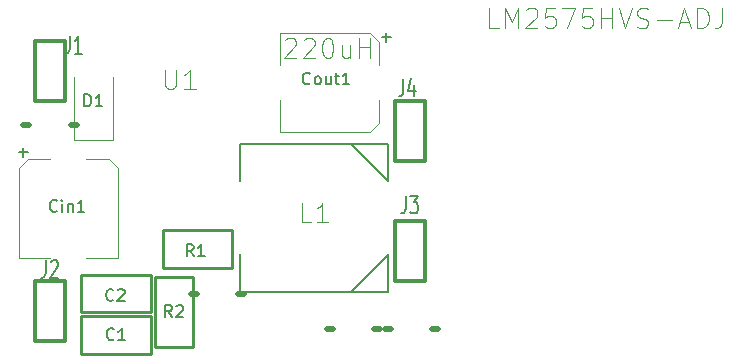
<source format=gbr>
G04 #@! TF.FileFunction,Legend,Top*
%FSLAX46Y46*%
G04 Gerber Fmt 4.6, Leading zero omitted, Abs format (unit mm)*
G04 Created by KiCad (PCBNEW 4.0.7) date 10/02/18 16:36:01*
%MOMM*%
%LPD*%
G01*
G04 APERTURE LIST*
%ADD10C,0.100000*%
%ADD11C,0.250000*%
%ADD12C,0.120000*%
%ADD13C,0.152400*%
%ADD14C,0.304800*%
%ADD15C,0.500000*%
%ADD16C,0.200000*%
%ADD17C,0.150000*%
%ADD18C,0.050000*%
%ADD19C,0.203200*%
G04 APERTURE END LIST*
D10*
D11*
X142211480Y-107520200D02*
X136311060Y-107520200D01*
X136311060Y-107520200D02*
X136311060Y-104319800D01*
X136311060Y-104319800D02*
X142211480Y-104319800D01*
X142211480Y-104319800D02*
X142211480Y-107520200D01*
D12*
X146290000Y-87620000D02*
X146290000Y-90300000D01*
X146290000Y-96000000D02*
X146290000Y-93320000D01*
X154670000Y-95240000D02*
X154670000Y-93320000D01*
X154670000Y-88380000D02*
X154670000Y-90300000D01*
X146290000Y-87620000D02*
X153910000Y-87620000D01*
X153910000Y-87620000D02*
X154670000Y-88380000D01*
X154670000Y-95240000D02*
X153910000Y-96000000D01*
X153910000Y-96000000D02*
X146290000Y-96000000D01*
X124130000Y-106680000D02*
X126810000Y-106680000D01*
X132510000Y-106680000D02*
X129830000Y-106680000D01*
X131750000Y-98300000D02*
X129830000Y-98300000D01*
X124890000Y-98300000D02*
X126810000Y-98300000D01*
X124130000Y-106680000D02*
X124130000Y-99060000D01*
X124130000Y-99060000D02*
X124890000Y-98300000D01*
X131750000Y-98300000D02*
X132510000Y-99060000D01*
X132510000Y-99060000D02*
X132510000Y-106680000D01*
D13*
X142871600Y-106343400D02*
X142871600Y-109518400D01*
X155368400Y-100196600D02*
X155368400Y-100145800D01*
X155368400Y-100145800D02*
X155368400Y-97021600D01*
X155368400Y-106394200D02*
X152244200Y-109518400D01*
X155368400Y-100145800D02*
X152244200Y-97021600D01*
X155368400Y-97021600D02*
X142871600Y-97021600D01*
X142871600Y-97021600D02*
X142871600Y-100196600D01*
X142871600Y-109518400D02*
X155368400Y-109518400D01*
X155368400Y-109518400D02*
X155368400Y-106343400D01*
D12*
X128770000Y-96710000D02*
X132070000Y-96710000D01*
X132070000Y-96710000D02*
X132070000Y-91310000D01*
X128770000Y-96710000D02*
X128770000Y-91310000D01*
D14*
X125490000Y-88300000D02*
X128030000Y-88300000D01*
X128030000Y-88300000D02*
X128030000Y-93380000D01*
X128030000Y-93380000D02*
X125490000Y-93380000D01*
X125490000Y-93380000D02*
X125490000Y-88300000D01*
X128030000Y-113700000D02*
X125490000Y-113700000D01*
X125490000Y-113700000D02*
X125490000Y-108620000D01*
X125490000Y-108620000D02*
X128030000Y-108620000D01*
X128030000Y-108620000D02*
X128030000Y-113700000D01*
X158510000Y-108630000D02*
X155970000Y-108630000D01*
X155970000Y-108630000D02*
X155970000Y-103550000D01*
X155970000Y-103550000D02*
X158510000Y-103550000D01*
X158510000Y-103550000D02*
X158510000Y-108630000D01*
X158510000Y-98470000D02*
X155970000Y-98470000D01*
X155970000Y-98470000D02*
X155970000Y-93390000D01*
X155970000Y-93390000D02*
X158510000Y-93390000D01*
X158510000Y-93390000D02*
X158510000Y-98470000D01*
D15*
X159160000Y-112650000D02*
X159660000Y-112650000D01*
X155660000Y-112650000D02*
X155160000Y-112650000D01*
X155160000Y-112650000D02*
X155410000Y-112650000D01*
X154230000Y-112660000D02*
X154730000Y-112660000D01*
X150730000Y-112660000D02*
X150230000Y-112660000D01*
X150230000Y-112660000D02*
X150480000Y-112660000D01*
X139180000Y-109690000D02*
X138680000Y-109690000D01*
X142680000Y-109690000D02*
X143180000Y-109690000D01*
X143180000Y-109690000D02*
X142930000Y-109690000D01*
D11*
X135669800Y-114201480D02*
X135669800Y-108301060D01*
X135669800Y-108301060D02*
X138870200Y-108301060D01*
X138870200Y-108301060D02*
X138870200Y-114201480D01*
X138870200Y-114201480D02*
X135669800Y-114201480D01*
X135291480Y-114790200D02*
X129391060Y-114790200D01*
X129391060Y-114790200D02*
X129391060Y-111589800D01*
X129391060Y-111589800D02*
X135291480Y-111589800D01*
X135291480Y-111589800D02*
X135291480Y-114790200D01*
X135291480Y-111280200D02*
X129391060Y-111280200D01*
X129391060Y-111280200D02*
X129391060Y-108079800D01*
X129391060Y-108079800D02*
X135291480Y-108079800D01*
X135291480Y-108079800D02*
X135291480Y-111280200D01*
D15*
X128530000Y-95440000D02*
X129030000Y-95440000D01*
X125030000Y-95440000D02*
X124530000Y-95440000D01*
X124530000Y-95440000D02*
X124780000Y-95440000D01*
D16*
X138933207Y-106522725D02*
X138599620Y-106046172D01*
X138361344Y-106522725D02*
X138361344Y-105521965D01*
X138742586Y-105521965D01*
X138837897Y-105569620D01*
X138885552Y-105617275D01*
X138933207Y-105712586D01*
X138933207Y-105855551D01*
X138885552Y-105950862D01*
X138837897Y-105998517D01*
X138742586Y-106046172D01*
X138361344Y-106046172D01*
X139886312Y-106522725D02*
X139314449Y-106522725D01*
X139600380Y-106522725D02*
X139600380Y-105521965D01*
X139505070Y-105664930D01*
X139409759Y-105760241D01*
X139314449Y-105807896D01*
D17*
X148792857Y-91877143D02*
X148745238Y-91924762D01*
X148602381Y-91972381D01*
X148507143Y-91972381D01*
X148364285Y-91924762D01*
X148269047Y-91829524D01*
X148221428Y-91734286D01*
X148173809Y-91543810D01*
X148173809Y-91400952D01*
X148221428Y-91210476D01*
X148269047Y-91115238D01*
X148364285Y-91020000D01*
X148507143Y-90972381D01*
X148602381Y-90972381D01*
X148745238Y-91020000D01*
X148792857Y-91067619D01*
X149364285Y-91972381D02*
X149269047Y-91924762D01*
X149221428Y-91877143D01*
X149173809Y-91781905D01*
X149173809Y-91496190D01*
X149221428Y-91400952D01*
X149269047Y-91353333D01*
X149364285Y-91305714D01*
X149507143Y-91305714D01*
X149602381Y-91353333D01*
X149650000Y-91400952D01*
X149697619Y-91496190D01*
X149697619Y-91781905D01*
X149650000Y-91877143D01*
X149602381Y-91924762D01*
X149507143Y-91972381D01*
X149364285Y-91972381D01*
X150554762Y-91305714D02*
X150554762Y-91972381D01*
X150126190Y-91305714D02*
X150126190Y-91829524D01*
X150173809Y-91924762D01*
X150269047Y-91972381D01*
X150411905Y-91972381D01*
X150507143Y-91924762D01*
X150554762Y-91877143D01*
X150888095Y-91305714D02*
X151269047Y-91305714D01*
X151030952Y-90972381D02*
X151030952Y-91829524D01*
X151078571Y-91924762D01*
X151173809Y-91972381D01*
X151269047Y-91972381D01*
X152126191Y-91972381D02*
X151554762Y-91972381D01*
X151840476Y-91972381D02*
X151840476Y-90972381D01*
X151745238Y-91115238D01*
X151650000Y-91210476D01*
X151554762Y-91258095D01*
X154879048Y-87981429D02*
X155640953Y-87981429D01*
X155260001Y-88362381D02*
X155260001Y-87600476D01*
X127352858Y-102657143D02*
X127305239Y-102704762D01*
X127162382Y-102752381D01*
X127067144Y-102752381D01*
X126924286Y-102704762D01*
X126829048Y-102609524D01*
X126781429Y-102514286D01*
X126733810Y-102323810D01*
X126733810Y-102180952D01*
X126781429Y-101990476D01*
X126829048Y-101895238D01*
X126924286Y-101800000D01*
X127067144Y-101752381D01*
X127162382Y-101752381D01*
X127305239Y-101800000D01*
X127352858Y-101847619D01*
X127781429Y-102752381D02*
X127781429Y-102085714D01*
X127781429Y-101752381D02*
X127733810Y-101800000D01*
X127781429Y-101847619D01*
X127829048Y-101800000D01*
X127781429Y-101752381D01*
X127781429Y-101847619D01*
X128257619Y-102085714D02*
X128257619Y-102752381D01*
X128257619Y-102180952D02*
X128305238Y-102133333D01*
X128400476Y-102085714D01*
X128543334Y-102085714D01*
X128638572Y-102133333D01*
X128686191Y-102228571D01*
X128686191Y-102752381D01*
X129686191Y-102752381D02*
X129114762Y-102752381D01*
X129400476Y-102752381D02*
X129400476Y-101752381D01*
X129305238Y-101895238D01*
X129210000Y-101990476D01*
X129114762Y-102038095D01*
X124491429Y-98090952D02*
X124491429Y-97329047D01*
X124872381Y-97709999D02*
X124110476Y-97709999D01*
D18*
X148895962Y-103643818D02*
X148112995Y-103643818D01*
X148112995Y-101999588D01*
X150305302Y-103643818D02*
X149365742Y-103643818D01*
X149835522Y-103643818D02*
X149835522Y-101999588D01*
X149678928Y-102234478D01*
X149522335Y-102391072D01*
X149365742Y-102469368D01*
X146696725Y-88215675D02*
X146775075Y-88137325D01*
X146931775Y-88058975D01*
X147323525Y-88058975D01*
X147480225Y-88137325D01*
X147558575Y-88215675D01*
X147636925Y-88372375D01*
X147636925Y-88529075D01*
X147558575Y-88764125D01*
X146618375Y-89704325D01*
X147636925Y-89704325D01*
X148263725Y-88215675D02*
X148342075Y-88137325D01*
X148498775Y-88058975D01*
X148890525Y-88058975D01*
X149047225Y-88137325D01*
X149125575Y-88215675D01*
X149203925Y-88372375D01*
X149203925Y-88529075D01*
X149125575Y-88764125D01*
X148185375Y-89704325D01*
X149203925Y-89704325D01*
X150222475Y-88058975D02*
X150379175Y-88058975D01*
X150535875Y-88137325D01*
X150614225Y-88215675D01*
X150692575Y-88372375D01*
X150770925Y-88685775D01*
X150770925Y-89077525D01*
X150692575Y-89390925D01*
X150614225Y-89547625D01*
X150535875Y-89625975D01*
X150379175Y-89704325D01*
X150222475Y-89704325D01*
X150065775Y-89625975D01*
X149987425Y-89547625D01*
X149909075Y-89390925D01*
X149830725Y-89077525D01*
X149830725Y-88685775D01*
X149909075Y-88372375D01*
X149987425Y-88215675D01*
X150065775Y-88137325D01*
X150222475Y-88058975D01*
X152181225Y-88607425D02*
X152181225Y-89704325D01*
X151476075Y-88607425D02*
X151476075Y-89469275D01*
X151554425Y-89625975D01*
X151711125Y-89704325D01*
X151946175Y-89704325D01*
X152102875Y-89625975D01*
X152181225Y-89547625D01*
X152964725Y-89704325D02*
X152964725Y-88058975D01*
X152964725Y-88842475D02*
X153904925Y-88842475D01*
X153904925Y-89704325D02*
X153904925Y-88058975D01*
D17*
X129681905Y-93832381D02*
X129681905Y-92832381D01*
X129920000Y-92832381D01*
X130062858Y-92880000D01*
X130158096Y-92975238D01*
X130205715Y-93070476D01*
X130253334Y-93260952D01*
X130253334Y-93403810D01*
X130205715Y-93594286D01*
X130158096Y-93689524D01*
X130062858Y-93784762D01*
X129920000Y-93832381D01*
X129681905Y-93832381D01*
X131205715Y-93832381D02*
X130634286Y-93832381D01*
X130920000Y-93832381D02*
X130920000Y-92832381D01*
X130824762Y-92975238D01*
X130729524Y-93070476D01*
X130634286Y-93118095D01*
D19*
X128441333Y-87889338D02*
X128441333Y-88959767D01*
X128392953Y-89173852D01*
X128296191Y-89316576D01*
X128151048Y-89387938D01*
X128054286Y-89387938D01*
X129457333Y-89387938D02*
X128876762Y-89387938D01*
X129167048Y-89387938D02*
X129167048Y-87889338D01*
X129070286Y-88103424D01*
X128973524Y-88246148D01*
X128876762Y-88317510D01*
X126421333Y-106849338D02*
X126421333Y-107919767D01*
X126372953Y-108133852D01*
X126276191Y-108276576D01*
X126131048Y-108347938D01*
X126034286Y-108347938D01*
X126856762Y-106992062D02*
X126905143Y-106920700D01*
X127001905Y-106849338D01*
X127243809Y-106849338D01*
X127340571Y-106920700D01*
X127388952Y-106992062D01*
X127437333Y-107134786D01*
X127437333Y-107277510D01*
X127388952Y-107491595D01*
X126808381Y-108347938D01*
X127437333Y-108347938D01*
X156901333Y-101399338D02*
X156901333Y-102469767D01*
X156852953Y-102683852D01*
X156756191Y-102826576D01*
X156611048Y-102897938D01*
X156514286Y-102897938D01*
X157288381Y-101399338D02*
X157917333Y-101399338D01*
X157578667Y-101970233D01*
X157723809Y-101970233D01*
X157820571Y-102041595D01*
X157868952Y-102112957D01*
X157917333Y-102255681D01*
X157917333Y-102612490D01*
X157868952Y-102755214D01*
X157820571Y-102826576D01*
X157723809Y-102897938D01*
X157433524Y-102897938D01*
X157336762Y-102826576D01*
X157288381Y-102755214D01*
X156671333Y-91499338D02*
X156671333Y-92569767D01*
X156622953Y-92783852D01*
X156526191Y-92926576D01*
X156381048Y-92997938D01*
X156284286Y-92997938D01*
X157590571Y-91998871D02*
X157590571Y-92997938D01*
X157348667Y-91427976D02*
X157106762Y-92498405D01*
X157735714Y-92498405D01*
D16*
X137103207Y-111662725D02*
X136769620Y-111186172D01*
X136531344Y-111662725D02*
X136531344Y-110661965D01*
X136912586Y-110661965D01*
X137007897Y-110709620D01*
X137055552Y-110757275D01*
X137103207Y-110852586D01*
X137103207Y-110995551D01*
X137055552Y-111090862D01*
X137007897Y-111138517D01*
X136912586Y-111186172D01*
X136531344Y-111186172D01*
X137484449Y-110757275D02*
X137532104Y-110709620D01*
X137627415Y-110661965D01*
X137865691Y-110661965D01*
X137961001Y-110709620D01*
X138008657Y-110757275D01*
X138056312Y-110852586D01*
X138056312Y-110947896D01*
X138008657Y-111090862D01*
X137436794Y-111662725D01*
X138056312Y-111662725D01*
D18*
X136516453Y-90729013D02*
X136516453Y-92060907D01*
X136594800Y-92217600D01*
X136673147Y-92295947D01*
X136829840Y-92374293D01*
X137143227Y-92374293D01*
X137299920Y-92295947D01*
X137378267Y-92217600D01*
X137456613Y-92060907D01*
X137456613Y-90729013D01*
X139101894Y-92374293D02*
X138161734Y-92374293D01*
X138631814Y-92374293D02*
X138631814Y-90729013D01*
X138475120Y-90964053D01*
X138318427Y-91120747D01*
X138161734Y-91199093D01*
X164758417Y-87193750D02*
X163975522Y-87193750D01*
X163975522Y-85549670D01*
X165306444Y-87193750D02*
X165306444Y-85549670D01*
X165854470Y-86724013D01*
X166402497Y-85549670D01*
X166402497Y-87193750D01*
X167107103Y-85706250D02*
X167185393Y-85627960D01*
X167341972Y-85549670D01*
X167733419Y-85549670D01*
X167889998Y-85627960D01*
X167968288Y-85706250D01*
X168046577Y-85862829D01*
X168046577Y-86019408D01*
X167968288Y-86254276D01*
X167028814Y-87193750D01*
X168046577Y-87193750D01*
X169534078Y-85549670D02*
X168751183Y-85549670D01*
X168672893Y-86332566D01*
X168751183Y-86254276D01*
X168907762Y-86175987D01*
X169299209Y-86175987D01*
X169455788Y-86254276D01*
X169534078Y-86332566D01*
X169612367Y-86489145D01*
X169612367Y-86880592D01*
X169534078Y-87037171D01*
X169455788Y-87115461D01*
X169299209Y-87193750D01*
X168907762Y-87193750D01*
X168751183Y-87115461D01*
X168672893Y-87037171D01*
X170160394Y-85549670D02*
X171256447Y-85549670D01*
X170551841Y-87193750D01*
X172665658Y-85549670D02*
X171882763Y-85549670D01*
X171804473Y-86332566D01*
X171882763Y-86254276D01*
X172039342Y-86175987D01*
X172430789Y-86175987D01*
X172587368Y-86254276D01*
X172665658Y-86332566D01*
X172743947Y-86489145D01*
X172743947Y-86880592D01*
X172665658Y-87037171D01*
X172587368Y-87115461D01*
X172430789Y-87193750D01*
X172039342Y-87193750D01*
X171882763Y-87115461D01*
X171804473Y-87037171D01*
X173448553Y-87193750D02*
X173448553Y-85549670D01*
X173448553Y-86332566D02*
X174388027Y-86332566D01*
X174388027Y-87193750D02*
X174388027Y-85549670D01*
X174936054Y-85549670D02*
X175484081Y-87193750D01*
X176032107Y-85549670D01*
X176501844Y-87115461D02*
X176736713Y-87193750D01*
X177128160Y-87193750D01*
X177284739Y-87115461D01*
X177363029Y-87037171D01*
X177441318Y-86880592D01*
X177441318Y-86724013D01*
X177363029Y-86567434D01*
X177284739Y-86489145D01*
X177128160Y-86410855D01*
X176815002Y-86332566D01*
X176658423Y-86254276D01*
X176580134Y-86175987D01*
X176501844Y-86019408D01*
X176501844Y-85862829D01*
X176580134Y-85706250D01*
X176658423Y-85627960D01*
X176815002Y-85549670D01*
X177206450Y-85549670D01*
X177441318Y-85627960D01*
X178145924Y-86567434D02*
X179398556Y-86567434D01*
X180103162Y-86724013D02*
X180886057Y-86724013D01*
X179946583Y-87193750D02*
X180494610Y-85549670D01*
X181042636Y-87193750D01*
X181590663Y-87193750D02*
X181590663Y-85549670D01*
X181982110Y-85549670D01*
X182216979Y-85627960D01*
X182373558Y-85784539D01*
X182451847Y-85941118D01*
X182530137Y-86254276D01*
X182530137Y-86489145D01*
X182451847Y-86802303D01*
X182373558Y-86958882D01*
X182216979Y-87115461D01*
X181982110Y-87193750D01*
X181590663Y-87193750D01*
X183704480Y-85549670D02*
X183704480Y-86724013D01*
X183626190Y-86958882D01*
X183469611Y-87115461D01*
X183234743Y-87193750D01*
X183078164Y-87193750D01*
D16*
X132183207Y-113537414D02*
X132135552Y-113585070D01*
X131992586Y-113632725D01*
X131897276Y-113632725D01*
X131754310Y-113585070D01*
X131658999Y-113489759D01*
X131611344Y-113394449D01*
X131563689Y-113203828D01*
X131563689Y-113060862D01*
X131611344Y-112870241D01*
X131658999Y-112774930D01*
X131754310Y-112679620D01*
X131897276Y-112631965D01*
X131992586Y-112631965D01*
X132135552Y-112679620D01*
X132183207Y-112727275D01*
X133136312Y-113632725D02*
X132564449Y-113632725D01*
X132850380Y-113632725D02*
X132850380Y-112631965D01*
X132755070Y-112774930D01*
X132659759Y-112870241D01*
X132564449Y-112917896D01*
X132133207Y-110217414D02*
X132085552Y-110265070D01*
X131942586Y-110312725D01*
X131847276Y-110312725D01*
X131704310Y-110265070D01*
X131608999Y-110169759D01*
X131561344Y-110074449D01*
X131513689Y-109883828D01*
X131513689Y-109740862D01*
X131561344Y-109550241D01*
X131608999Y-109454930D01*
X131704310Y-109359620D01*
X131847276Y-109311965D01*
X131942586Y-109311965D01*
X132085552Y-109359620D01*
X132133207Y-109407275D01*
X132514449Y-109407275D02*
X132562104Y-109359620D01*
X132657415Y-109311965D01*
X132895691Y-109311965D01*
X132991001Y-109359620D01*
X133038657Y-109407275D01*
X133086312Y-109502586D01*
X133086312Y-109597896D01*
X133038657Y-109740862D01*
X132466794Y-110312725D01*
X133086312Y-110312725D01*
M02*

</source>
